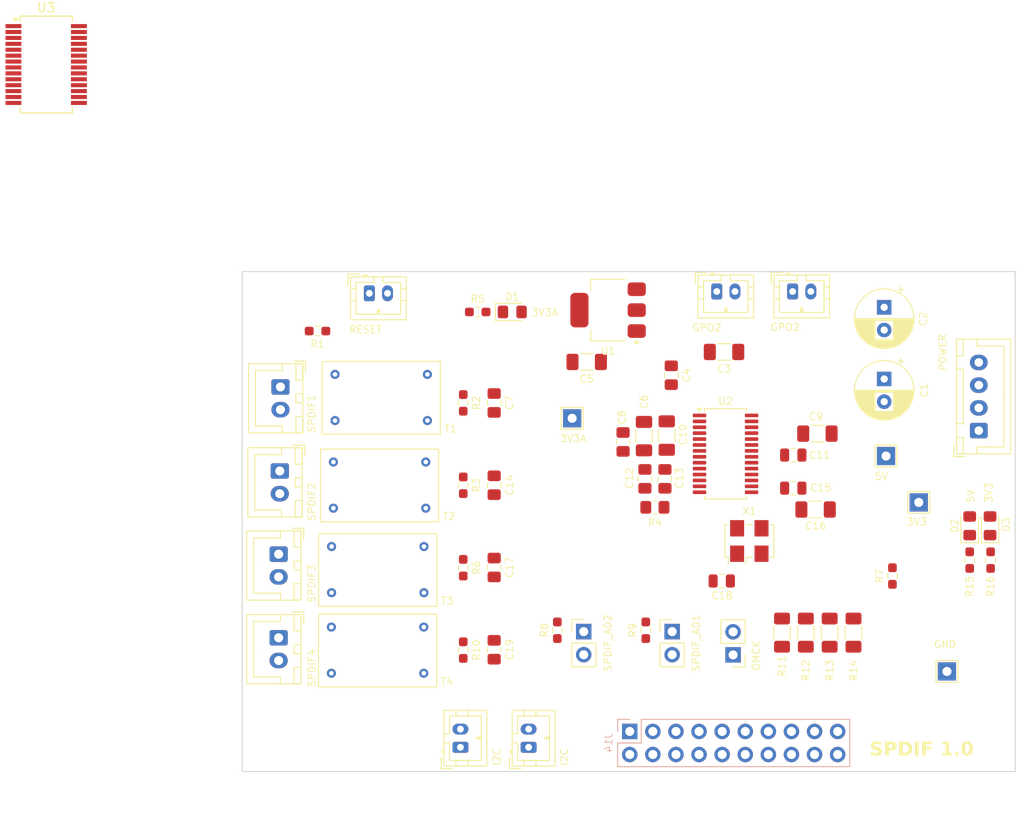
<source format=kicad_pcb>
(kicad_pcb (version 20240108) (generator "pcbnew") (generator_version "8.0")
  (layers (0 "F.Cu" signal) (1 "In1.Cu" mixed) (2 "In2.Cu" signal) (31 "B.Cu" mixed) (34 "B.Paste" user) (35 "F.Paste" user) (36 "B.SilkS" user "B.Silkscreen") (37 "F.SilkS" user "F.Silkscreen") (38 "B.Mask" user) (39 "F.Mask" user) (44 "Edge.Cuts" user))
  (net 0 "")
  (net 1 "AGND")
  (net 2 "GND")
  (net 3 "I2S_DATA")
  (net 4 "I2S_LRCLK")
  (net 5 "I2S_BCLK")
  (net 6 "I2S_SCLK")
  (net 7 "SCL")
  (net 8 "SDA")
  (net 9 "3V3")
  (net 10 "SPDIF3_IN")
  (net 11 "SPDIF3_GND")
  (net 12 "3V3A")
  (net 13 "RESET")
  (net 14 "SPDIF1_IN")
  (net 15 "SPDIF1_GND")
  (net 16 "SPDIF2_IN")
  (net 17 "SPDIF2_GND")
  (net 18 "5V")
  (net 19 "GPO0")
  (net 20 "OMCK")
  (net 21 "GPO1")
  (net 22 "FILT")
  (net 23 "Net-(U2-RXN)")
  (net 24 "Net-(C12-Pad2)")
  (net 25 "Net-(D1-K)")
  (net 27 "Net-(J8-Pin_1)")
  (net 28 "Net-(J9-Pin_1)")
  (net 34 "Net-(U2-SDOUT)")
  (net 35 "Net-(U2-RMCK)")
  (net 36 "SPDIF_1")
  (net 37 "Net-(T1-SB)")
  (net 38 "SPDIF4_GND")
  (net 39 "SPDIF4_IN")
  (net 40 "SPDIF_2")
  (net 41 "SPDIF_3")
  (net 42 "SPDIF_4")
  (net 43 "Net-(T2-SB)")
  (net 44 "Net-(T3-SB)")
  (net 45 "Net-(T4-SB)")
  (net 46 "Net-(U2-OSCLK)")
  (net 47 "Net-(U2-OLRCK)")
  (net 48 "Net-(D2-K)")
  (net 49 "Net-(D3-K)")
  (footprint "LED_SMD:LED_0805_2012Metric_Pad1.15x1.40mm_HandSolder" (layer "F.Cu") (at 106.3251 56.28 90)
    (property "Reference" "D2" (at 0 -1.65 90) (layer "F.SilkS") (effects (font (size 0.8 0.8) (thickness 0.1))))
    (property "Value" "BLUE")
    (pad "1" smd roundrect (at -1.025 0 90) (size 1.15 1.4) (layers "F.Cu" "F.Paste" "F.Mask") (roundrect_rratio 0.217391) (net 48 "Net-(D2-K)"))
    (pad "2" smd roundrect (at 1.025 0 90) (size 1.15 1.4) (layers "F.Cu" "F.Paste" "F.Mask") (roundrect_rratio 0.217391) (net 18 "5V"))
  )
  (footprint "Resistor_SMD:R_0603_1608Metric_Pad0.98x0.95mm_HandSolder" (layer "F.Cu") (at 52.2239 32.75)
    (property "Reference" "R5" (at 0 -1.43 0) (layer "F.SilkS") (effects (font (size 0.8 0.8) (thickness 0.1))))
    (property "Value" "75R")
    (pad "1" smd roundrect (at -0.9125 0) (size 0.975 0.95) (layers "F.Cu" "F.Paste" "F.Mask") (net 2 "GND"))
    (pad "2" smd roundrect (at 0.9125 0) (size 0.975 0.95) (layers "F.Cu" "F.Paste" "F.Mask") (net 25 "Net-(D1-K)"))
  )
  (footprint "Capacitor_SMD:C_1206_3216Metric_Pad1.33x1.80mm_HandSolder" (layer "F.Cu") (at 89.3789 54.4867 180)
    (property "Reference" "C16" (at 0 -1.8 0) (layer "F.SilkS") (effects (font (size 0.8 0.8) (thickness 0.1))))
    (property "Value" "10u")
    (pad "1" smd roundrect (at -1.5625 0 180) (size 1.325 1.8) (layers "F.Cu" "F.Paste" "F.Mask") (roundrect_rratio 0.1886792453) (net 2 "GND"))
    (pad "2" smd roundrect (at 1.5625 0 180) (size 1.325 1.8) (layers "F.Cu" "F.Paste" "F.Mask") (roundrect_rratio 0.1886792453) (net 9 "3V3"))
  )
  (footprint "Package_SO:SSOP-28_5.3x10.2mm_P0.65mm" (layer "F.Cu") (at 4.775 5.525)
    (property "Reference" "U3" (at 0 -6.25 0) (layer "F.SilkS"))
    (property "Value" "WM8731SEDS")
    (pad "1" smd rect (at -3.6 -4.225) (size 1.75 0.45) (layers "F.Cu" "F.Paste" "F.Mask"))
    (pad "2" smd rect (at -3.6 -3.575) (size 1.75 0.45) (layers "F.Cu" "F.Paste" "F.Mask"))
    (pad "3" smd rect (at -3.6 -2.925) (size 1.75 0.45) (layers "F.Cu" "F.Paste" "F.Mask"))
    (pad "4" smd rect (at -3.6 -2.275) (size 1.75 0.45) (layers "F.Cu" "F.Paste" "F.Mask"))
    (pad "5" smd rect (at -3.6 -1.625) (size 1.75 0.45) (layers "F.Cu" "F.Paste" "F.Mask"))
    (pad "6" smd rect (at -3.6 -0.975) (size 1.75 0.45) (layers "F.Cu" "F.Paste" "F.Mask"))
    (pad "7" smd rect (at -3.6 -0.325) (size 1.75 0.45) (layers "F.Cu" "F.Paste" "F.Mask"))
    (pad "8" smd rect (at -3.6 0.325) (size 1.75 0.45) (layers "F.Cu" "F.Paste" "F.Mask"))
    (pad "9" smd rect (at -3.6 0.975) (size 1.75 0.45) (layers "F.Cu" "F.Paste" "F.Mask"))
    (pad "10" smd rect (at -3.6 1.625) (size 1.75 0.45) (layers "F.Cu" "F.Paste" "F.Mask"))
    (pad "11" smd rect (at -3.6 2.275) (size 1.75 0.45) (layers "F.Cu" "F.Paste" "F.Mask"))
    (pad "12" smd rect (at -3.6 2.925) (size 1.75 0.45) (layers "F.Cu" "F.Paste" "F.Mask"))
    (pad "13" smd rect (at -3.6 3.575) (size 1.75 0.45) (layers "F.Cu" "F.Paste" "F.Mask"))
    (pad "14" smd rect (at -3.6 4.225) (size 1.75 0.45) (layers "F.Cu" "F.Paste" "F.Mask"))
    (pad "15" smd rect (at 3.6 4.225) (size 1.75 0.45) (layers "F.Cu" "F.Paste" "F.Mask"))
    (pad "16" smd rect (at 3.6 3.575) (size 1.75 0.45) (layers "F.Cu" "F.Paste" "F.Mask"))
    (pad "17" smd rect (at 3.6 2.925) (size 1.75 0.45) (layers "F.Cu" "F.Paste" "F.Mask"))
    (pad "18" smd rect (at 3.6 2.275) (size 1.75 0.45) (layers "F.Cu" "F.Paste" "F.Mask"))
    (pad "19" smd rect (at 3.6 1.625) (size 1.75 0.45) (layers "F.Cu" "F.Paste" "F.Mask"))
    (pad "20" smd rect (at 3.6 0.975) (size 1.75 0.45) (layers "F.Cu" "F.Paste" "F.Mask"))
    (pad "21" smd rect (at 3.6 0.325) (size 1.75 0.45) (layers "F.Cu" "F.Paste" "F.Mask"))
    (pad "22" smd rect (at 3.6 -0.325) (size 1.75 0.45) (layers "F.Cu" "F.Paste" "F.Mask"))
    (pad "23" smd rect (at 3.6 -0.975) (size 1.75 0.45) (layers "F.Cu" "F.Paste" "F.Mask"))
    (pad "24" smd rect (at 3.6 -1.625) (size 1.75 0.45) (layers "F.Cu" "F.Paste" "F.Mask"))
    (pad "25" smd rect (at 3.6 -2.275) (size 1.75 0.45) (layers "F.Cu" "F.Paste" "F.Mask"))
    (pad "26" smd rect (at 3.6 -2.925) (size 1.75 0.45) (layers "F.Cu" "F.Paste" "F.Mask"))
    (pad "27" smd rect (at 3.6 -3.575) (size 1.75 0.45) (layers "F.Cu" "F.Paste" "F.Mask"))
    (pad "28" smd rect (at 3.6 -4.225) (size 1.75 0.45) (layers "F.Cu" "F.Paste" "F.Mask"))
  )
  (footprint "TestPoint:TestPoint_THTPad_2.0x2.0mm_Drill1.0mm" (layer "F.Cu") (at 100.7251 53.705)
    (property "Reference" "TP3" (hide yes))
    (property "Value" "TestPoint")
    (pad "1" thru_hole rect (at 0 0) (size 2 2) (drill 1) (layers "*.Cu" "*.Mask") (net 9 "3V3"))
  )
  (footprint "Package_TO_SOT_SMD:SOT-223-3_TabPin2" (layer "F.Cu") (at 66.5614 32.55 180)
    (property "Reference" "U1" (at 0 -4.5 0) (layer "F.SilkS") (effects (font (size 0.8 0.8) (thickness 0.1))))
    (property "Value" "ZLDO1117QG33TA")
    (pad "1" smd roundrect (at -3.15 -2.3 180) (size 2 1.5) (layers "F.Cu" "F.Paste" "F.Mask") (net 2 "GND"))
    (pad "2" smd roundrect (at -3.15 0 180) (size 2 1.5) (layers "F.Cu" "F.Paste" "F.Mask") (net 12 "3V3A"))
    (pad "2" smd roundrect (at 3.15 0 180) (size 2 3.8) (layers "F.Cu" "F.Paste" "F.Mask") (net 12 "3V3A"))
    (pad "3" smd roundrect (at -3.15 2.3 180) (size 2 1.5) (layers "F.Cu" "F.Paste" "F.Mask") (net 18 "5V"))
  )
  (footprint "Connector_PinHeader_2.54mm:PinHeader_1x02_P2.54mm_Vertical" (layer "F.Cu") (at 80.3072 70.4833 180)
    (property "Reference" "J11" (hide yes))
    (property "Value" "Conn_01x02_Pin")
    (pad "1" thru_hole rect (at 0 0 180) (size 1.7 1.7) (drill 1) (layers "*.Cu" "*.Mask") (net 2 "GND"))
    (pad "2" thru_hole oval (at 0 2.54 180) (size 1.7 1.7) (drill 1) (layers "*.Cu" "*.Mask") (net 20 "OMCK"))
  )
  (footprint "TestPoint:TestPoint_THTPad_2.0x2.0mm_Drill1.0mm" (layer "F.Cu") (at 62.6114 44.45)
    (property "Reference" "TP1" (hide yes))
    (property "Value" "TestPoint")
    (pad "1" thru_hole rect (at 0 0) (size 2 2) (drill 1) (layers "*.Cu" "*.Mask") (net 12 "3V3A"))
  )
  (footprint "Capacitor_SMD:C_1206_3216Metric_Pad1.33x1.80mm_HandSolder" (layer "F.Cu") (at 89.5789 46.1363 180)
    (property "Reference" "C9" (at 0.172387 1.879487 0) (layer "F.SilkS") (effects (font (size 0.8 0.8) (thickness 0.1))))
    (property "Value" "10u")
    (pad "1" smd roundrect (at -1.5625 0 180) (size 1.325 1.8) (layers "F.Cu" "F.Paste" "F.Mask") (roundrect_rratio 0.1886792453) (net 2 "GND"))
    (pad "2" smd roundrect (at 1.5625 0 180) (size 1.325 1.8) (layers "F.Cu" "F.Paste" "F.Mask") (roundrect_rratio 0.1886792453) (net 9 "3V3"))
  )
  (footprint "Connector_JST:JST_XH_B2B-XH-A_1x02_P2.50mm_Vertical" (layer "F.Cu") (at 30.3364 59.4 -90)
    (property "Reference" "J7" (hide yes))
    (property "Value" "Conn_01x02_Pin")
    (pad "1" thru_hole roundrect (at 0 0 270) (size 1.7 2) (drill 1) (layers "*.Cu" "*.Mask") (roundrect_rratio 0.147059) (net 10 "SPDIF3_IN"))
    (pad "2" thru_hole oval (at 2.5 0 270) (size 1.7 2) (drill 1) (layers "*.Cu" "*.Mask") (net 11 "SPDIF3_GND"))
  )
  (footprint "Capacitor_SMD:C_0805_2012Metric_Pad1.18x1.45mm_HandSolder" (layer "F.Cu") (at 54.0364 60.8654 -90)
    (property "Reference" "C17" (at 0 -1.68 90) (layer "F.SilkS") (effects (font (size 0.8 0.8) (thickness 0.1))))
    (property "Value" "0.01u")
    (pad "1" smd roundrect (at -1.0375 0 270) (size 1.175 1.45) (layers "F.Cu" "F.Paste" "F.Mask") (roundrect_rratio 0.212766) (net 41 "SPDIF_3"))
    (pad "2" smd roundrect (at 1.0375 0 270) (size 1.175 1.45) (layers "F.Cu" "F.Paste" "F.Mask") (roundrect_rratio 0.212766) (net 44 "Net-(T3-SB)"))
  )
  (footprint "Custom:DA101C" (layer "F.Cu") (at 41.2364 61.1)
    (property "Reference" "T3" (at 7.62 3.44 0) (layer "F.SilkS") (effects (font (size 0.8 0.8) (thickness 0.1))))
    (property "Value" "DA101C")
    (pad "1" thru_hole circle (at -5.08 -2.54) (size 1 1) (drill 0.5) (layers "*.Cu" "*.Mask") (net 10 "SPDIF3_IN"))
    (pad "2" thru_hole circle (at -5.08 2.54) (size 1 1) (drill 0.5) (layers "*.Cu" "*.Mask") (net 11 "SPDIF3_GND"))
    (pad "3" thru_hole circle (at 5.08 2.54) (size 1 1) (drill 0.5) (layers "*.Cu" "*.Mask") (net 1 "AGND"))
    (pad "4" thru_hole circle (at 5.08 -2.54) (size 1 1) (drill 0.5) (layers "*.Cu" "*.Mask") (net 44 "Net-(T3-SB)"))
  )
  (footprint "Custom:DA101C" (layer "F.Cu") (at 41.6164 42.16)
    (property "Reference" "T1" (at 7.62 3.44 0) (layer "F.SilkS") (effects (font (size 0.8 0.8) (thickness 0.1))))
    (property "Value" "DA101C")
    (pad "1" thru_hole circle (at -5.08 -2.54) (size 1 1) (drill 0.5) (layers "*.Cu" "*.Mask") (net 14 "SPDIF1_IN"))
    (pad "2" thru_hole circle (at -5.08 2.54) (size 1 1) (drill 0.5) (layers "*.Cu" "*.Mask") (net 15 "SPDIF1_GND"))
    (pad "3" thru_hole circle (at 5.08 2.54) (size 1 1) (drill 0.5) (layers "*.Cu" "*.Mask") (net 1 "AGND"))
    (pad "4" thru_hole circle (at 5.08 -2.54) (size 1 1) (drill 0.5) (layers "*.Cu" "*.Mask") (net 37 "Net-(T1-SB)"))
  )
  (footprint "Connector_JST:JST_XH_B2B-XH-A_1x02_P2.50mm_Vertical" (layer "F.Cu") (at 30.3364 68.6 -90)
    (property "Reference" "J10" (hide yes))
    (property "Value" "Conn_01x02_Pin")
    (pad "1" thru_hole roundrect (at 0 0 270) (size 1.7 2) (drill 1) (layers "*.Cu" "*.Mask") (roundrect_rratio 0.147059) (net 39 "SPDIF4_IN"))
    (pad "2" thru_hole oval (at 2.5 0 270) (size 1.7 2) (drill 1) (layers "*.Cu" "*.Mask") (net 38 "SPDIF4_GND"))
  )
  (footprint "Capacitor_SMD:C_0805_2012Metric_Pad1.18x1.45mm_HandSolder" (layer "F.Cu") (at 54.0364 69.9168 -90)
    (property "Reference" "C19" (at 0 -1.68 90) (layer "F.SilkS") (effects (font (size 0.8 0.8) (thickness 0.1))))
    (property "Value" "0.01u")
    (pad "1" smd roundrect (at -1.0375 0 270) (size 1.175 1.45) (layers "F.Cu" "F.Paste" "F.Mask") (roundrect_rratio 0.212766) (net 42 "SPDIF_4"))
    (pad "2" smd roundrect (at 1.0375 0 270) (size 1.175 1.45) (layers "F.Cu" "F.Paste" "F.Mask") (roundrect_rratio 0.212766) (net 45 "Net-(T4-SB)"))
  )
  (footprint "Connector_JST:JST_XH_B4B-XH-A_1x04_P2.50mm_Vertical" (layer "F.Cu") (at 107.3251 45.805 90)
    (property "Reference" "J4" (hide yes))
    (property "Value" "CHANSEL" (hide yes))
    (pad "1" thru_hole roundrect (at 0 0 90) (size 1.7 1.95) (drill 0.95) (layers "*.Cu" "*.Mask") (roundrect_rratio 0.1470588235))
    (pad "2" thru_hole oval (at 2.5 0 90) (size 1.7 1.95) (drill 0.95) (layers "*.Cu" "*.Mask") (net 9 "3V3"))
    (pad "3" thru_hole oval (at 5 0 90) (size 1.7 1.95) (drill 0.95) (layers "*.Cu" "*.Mask") (net 2 "GND"))
    (pad "4" thru_hole oval (at 7.5 0 90) (size 1.7 1.95) (drill 0.95) (layers "*.Cu" "*.Mask") (net 18 "5V"))
  )
  (footprint "Package_SO:TSSOP-28_4.4x9.7mm_P0.65mm" (layer "F.Cu") (at 79.4789 48.3613)
    (property "Reference" "U2" (at 0 -5.8 0) (layer "F.SilkS") (effects (font (size 0.8 0.8) (thickness 0.1))))
    (property "Value" "CS8416-xZZ")
    (pad "1" smd roundrect (at -2.8625 -4.225) (size 1.475 0.4) (layers "F.Cu" "F.Paste" "F.Mask") (net 42 "SPDIF_4"))
    (pad "2" smd roundrect (at -2.8625 -3.575) (size 1.475 0.4) (layers "F.Cu" "F.Paste" "F.Mask") (net 41 "SPDIF_3"))
    (pad "3" smd roundrect (at -2.8625 -2.925) (size 1.475 0.4) (layers "F.Cu" "F.Paste" "F.Mask") (net 40 "SPDIF_2"))
    (pad "4" smd roundrect (at -2.8625 -2.275) (size 1.475 0.4) (layers "F.Cu" "F.Paste" "F.Mask") (net 36 "SPDIF_1"))
    (pad "5" smd roundrect (at -2.8625 -1.625) (size 1.475 0.4) (layers "F.Cu" "F.Paste" "F.Mask") (net 23 "Net-(U2-RXN)"))
    (pad "6" smd roundrect (at -2.8625 -0.975) (size 1.475 0.4) (layers "F.Cu" "F.Paste" "F.Mask") (net 12 "3V3A"))
    (pad "7" smd roundrect (at -2.8625 -0.325) (size 1.475 0.4) (layers "F.Cu" "F.Paste" "F.Mask") (net 1 "AGND"))
    (pad "8" smd roundrect (at -2.8625 0.325) (size 1.475 0.4) (layers "F.Cu" "F.Paste" "F.Mask") (net 22 "FILT"))
    (pad "9" smd roundrect (at -2.8625 0.975) (size 1.475 0.4) (layers "F.Cu" "F.Paste" "F.Mask") (net 13 "RESET"))
    (pad "10" smd roundrect (at -2.8625 1.625) (size 1.475 0.4) (layers "F.Cu" "F.Paste" "F.Mask") (net 1 "AGND"))
    (pad "11" smd roundrect (at -2.8625 2.275) (size 1.475 0.4) (layers "F.Cu" "F.Paste" "F.Mask") (net 1 "AGND"))
    (pad "12" smd roundrect (at -2.8625 2.925) (size 1.475 0.4) (layers "F.Cu" "F.Paste" "F.Mask") (net 1 "AGND"))
    (pad "13" smd roundrect (at -2.8625 3.575) (size 1.475 0.4) (layers "F.Cu" "F.Paste" "F.Mask") (net 1 "AGND"))
    (pad "14" smd roundrect (at -2.8625 4.225) (size 1.475 0.4) (layers "F.Cu" "F.Paste" "F.Mask") (net 2 "GND"))
    (pad "15" smd roundrect (at 2.8625 4.225) (size 1.475 0.4) (layers "F.Cu" "F.Paste" "F.Mask") (net 28 "Net-(J9-Pin_1)"))
    (pad "16" smd roundrect (at 2.8625 3.575) (size 1.475 0.4) (layers "F.Cu" "F.Paste" "F.Mask") (net 7 "SCL"))
    (pad "17" smd roundrect (at 2.8625 2.925) (size 1.475 0.4) (layers "F.Cu" "F.Paste" "F.Mask") (net 8 "SDA"))
    (pad "18" smd roundrect (at 2.8625 2.275) (size 1.475 0.4) (layers "F.Cu" "F.Paste" "F.Mask") (net 27 "Net-(J8-Pin_1)"))
    (pad "19" smd roundrect (at 2.8625 1.625) (size 1.475 0.4) (layers "F.Cu" "F.Paste" "F.Mask") (net 21 "GPO1"))
    (pad "20" smd roundrect (at 2.8625 0.975) (size 1.475 0.4) (layers "F.Cu" "F.Paste" "F.Mask") (net 19 "GPO0"))
    (pad "21" smd roundrect (at 2.8625 0.325) (size 1.475 0.4) (layers "F.Cu" "F.Paste" "F.Mask") (net 9 "3V3"))
    (pad "22" smd roundrect (at 2.8625 -0.325) (size 1.475 0.4) (layers "F.Cu" "F.Paste" "F.Mask") (net 2 "GND"))
    (pad "23" smd roundrect (at 2.8625 -0.975) (size 1.475 0.4) (layers "F.Cu" "F.Paste" "F.Mask") (net 9 "3V3"))
    (pad "24" smd roundrect (at 2.8625 -1.625) (size 1.475 0.4) (layers "F.Cu" "F.Paste" "F.Mask") (net 35 "Net-(U2-RMCK)"))
    (pad "25" smd roundrect (at 2.8625 -2.275) (size 1.475 0.4) (layers "F.Cu" "F.Paste" "F.Mask") (net 20 "OMCK"))
    (pad "26" smd roundrect (at 2.8625 -2.925) (size 1.475 0.4) (layers "F.Cu" "F.Paste" "F.Mask") (net 34 "Net-(U2-SDOUT)"))
    (pad "27" smd roundrect (at 2.8625 -3.575) (size 1.475 0.4) (layers "F.Cu" "F.Paste" "F.Mask") (net 46 "Net-(U2-OSCLK)"))
    (pad "28" smd roundrect (at 2.8625 -4.225) (size 1.475 0.4) (layers "F.Cu" "F.Paste" "F.Mask") (net 47 "Net-(U2-OLRCK)"))
  )
  (footprint "Resistor_SMD:R_0603_1608Metric_Pad0.98x0.95mm_HandSolder" (layer "F.Cu") (at 60.9822 67.7708 90)
    (property "Reference" "R8" (at 0 -1.43 90) (layer "F.SilkS") (effects (font (size 0.8 0.8) (thickness 0.1))))
    (property "Value" "47K")
    (pad "1" smd roundrect (at -0.9125 0 90) (size 0.975 0.95) (layers "F.Cu" "F.Paste" "F.Mask") (net 27 "Net-(J8-Pin_1)"))
    (pad "2" smd roundrect (at 0.9125 0 90) (size 0.975 0.95) (layers "F.Cu" "F.Paste" "F.Mask") (net 2 "GND"))
  )
  (footprint "Capacitor_SMD:C_1206_3216Metric_Pad1.33x1.80mm_HandSolder" (layer "F.Cu") (at 79.3114 37.15 180)
    (property "Reference" "C3" (at 0 -1.85 0) (layer "F.SilkS") (effects (font (size 0.8 0.8) (thickness 0.1))))
    (property "Value" "10u")
    (pad "1" smd roundrect (at -1.5625 0 180) (size 1.325 1.8) (layers "F.Cu" "F.Paste" "F.Mask") (roundrect_rratio 0.188679) (net 2 "GND"))
    (pad "2" smd roundrect (at 1.5625 0 180) (size 1.325 1.8) (layers "F.Cu" "F.Paste" "F.Mask") (roundrect_rratio 0.188679) (net 18 "5V"))
  )
  (footprint "Capacitor_SMD:C_0805_2012Metric_Pad1.18x1.45mm_HandSolder" (layer "F.Cu") (at 70.6114 51.1125 -90)
    (property "Reference" "C12" (at -0.0625 1.7 90) (layer "F.SilkS") (effects (font (size 0.8 0.8) (thickness 0.1))))
    (property "Value" "22n C0G")
    (pad "1" smd roundrect (at -1.0375 0 270) (size 1.175 1.45) (layers "F.Cu" "F.Paste" "F.Mask") (roundrect_rratio 0.2127659574) (net 1 "AGND"))
    (pad "2" smd roundrect (at 1.0375 0 270) (size 1.175 1.45) (layers "F.Cu" "F.Paste" "F.Mask") (roundrect_rratio 0.2127659574) (net 24 "Net-(C12-Pad2)"))
  )
  (footprint "Resistor_SMD:R_1206_3216Metric_Pad1.30x1.75mm_HandSolder" (layer "F.Cu") (at 85.6864 68.0333 -90)
    (property "Reference" "R11" (at 3.673809 0 90) (layer "F.SilkS") (effects (font (size 0.8 0.8) (thickness 0.1))))
    (property "Value" "22R")
    (pad "1" smd roundrect (at -1.55 0 270) (size 1.3 1.75) (layers "F.Cu" "F.Paste" "F.Mask") (roundrect_rratio 0.192308) (net 35 "Net-(U2-RMCK)"))
    (pad "2" smd roundrect (at 1.55 0 270) (size 1.3 1.75) (layers "F.Cu" "F.Paste" "F.Mask") (roundrect_rratio 0.192308) (net 6 "I2S_SCLK"))
  )
  (footprint "Resistor_SMD:R_0603_1608Metric_Pad0.98x0.95mm_HandSolder" (layer "F.Cu") (at 97.8251 61.805 90)
    (property "Reference" "R7" (at 0 -1.43 90) (layer "F.SilkS") (effects (font (size 0.8 0.8) (thickness 0.1))))
    (property "Value" "47K")
    (pad "1" smd roundrect (at -0.9125 0 90) (size 0.975 0.95) (layers "F.Cu" "F.Paste" "F.Mask") (net 34 "Net-(U2-SDOUT)"))
    (pad "2" smd roundrect (at 0.9125 0 90) (size 0.975 0.95) (layers "F.Cu" "F.Paste" "F.Mask") (net 9 "3V3"))
  )
  (footprint "Resistor_SMD:R_1206_3216Metric_Pad1.30x1.75mm_HandSolder" (layer "F.Cu") (at 90.928 68.0333 -90)
    (property "Reference" "R13" (at 4.15 0 90) (layer "F.SilkS") (effects (font (size 0.8 0.8) (thickness 0.1))))
    (property "Value" "22R")
    (pad "1" smd roundrect (at -1.55 0 270) (size 1.3 1.75) (layers "F.Cu" "F.Paste" "F.Mask") (roundrect_rratio 0.192308) (net 47 "Net-(U2-OLRCK)"))
    (pad "2" smd roundrect (at 1.55 0 270) (size 1.3 1.75) (layers "F.Cu" "F.Paste" "F.Mask") (roundrect_rratio 0.192308) (net 4 "I2S_LRCLK"))
  )
  (footprint "Capacitor_SMD:C_0805_2012Metric_Pad1.18x1.45mm_HandSolder" (layer "F.Cu") (at 68.2114 47.05 90)
    (property "Reference" "C8" (at 2.691252 -0.105 90) (layer "F.SilkS") (effects (font (size 0.8 0.8) (thickness 0.1))))
    (property "Value" "1n")
    (pad "1" smd roundrect (at -1.0375 0 90) (size 1.175 1.45) (layers "F.Cu" "F.Paste" "F.Mask") (roundrect_rratio 0.212766) (net 1 "AGND"))
    (pad "2" smd roundrect (at 1.0375 0 90) (size 1.175 1.45) (layers "F.Cu" "F.Paste" "F.Mask") (roundrect_rratio 0.212766) (net 12 "3V3A"))
  )
  (footprint "Custom:DA101C" (layer "F.Cu") (at 41.2164 69.96)
    (property "Reference" "T4" (at 7.62 3.44 0) (layer "F.SilkS") (effects (font (size 0.8 0.8) (thickness 0.1))))
    (property "Value" "DA101C")
    (pad "1" thru_hole circle (at -5.08 -2.54) (size 1 1) (drill 0.5) (layers "*.Cu" "*.Mask") (net 39 "SPDIF4_IN"))
    (pad "2" thru_hole circle (at -5.08 2.54) (size 1 1) (drill 0.5) (layers "*.Cu" "*.Mask") (net 38 "SPDIF4_GND"))
    (pad "3" thru_hole circle (at 5.08 2.54) (size 1 1) (drill 0.5) (layers "*.Cu" "*.Mask") (net 1 "AGND"))
    (pad "4" thru_hole circle (at 5.08 -2.54) (size 1 1) (drill 0.5) (layers "*.Cu" "*.Mask") (net 45 "Net-(T4-SB)"))
  )
  (footprint "Resistor_SMD:R_0603_1608Metric_Pad0.98x0.95mm_HandSolder" (layer "F.Cu") (at 34.6114 34.85 180)
    (property "Reference" "R1" (at 0 -1.43 0) (layer "F.SilkS") (effects (font (size 0.8 0.8) (thickness 0.1))))
    (property "Value" "4.7K")
    (pad "1" smd roundrect (at -0.9125 0 180) (size 0.975 0.95) (layers "F.Cu" "F.Paste" "F.Mask") (net 13 "RESET"))
    (pad "2" smd roundrect (at 0.9125 0 180) (size 0.975 0.95) (layers "F.Cu" "F.Paste" "F.Mask") (net 2 "GND"))
  )
  (footprint "Resistor_SMD:R_0603_1608Metric_Pad0.98x0.95mm_HandSolder" (layer "F.Cu") (at 50.6364 51.8208 -90)
    (property "Reference" "R3" (at 0 -1.43 90) (layer "F.SilkS") (effects (font (size 0.8 0.8) (thickness 0.1))))
    (property "Value" "75R")
    (pad "1" smd roundrect (at -0.9125 0 270) (size 0.975 0.95) (layers "F.Cu" "F.Paste" "F.Mask") (net 43 "Net-(T2-SB)"))
    (pad "2" smd roundrect (at 0.9125 0 270) (size 0.975 0.95) (layers "F.Cu" "F.Paste" "F.Mask") (net 1 "AGND"))
  )
  (footprint "Connector_JST:JST_XH_B2B-XH-A_1x02_P2.50mm_Vertical" (layer "F.Cu") (at 30.5364 41 -90)
    (property "Reference" "J5" (hide yes))
    (property "Value" "Conn_01x02_Pin" (hide yes))
    (pad "1" thru_hole roundrect (at 0 0 270) (size 1.7 2) (drill 1) (layers "*.Cu" "*.Mask") (roundrect_rratio 0.1470588235) (net 14 "SPDIF1_IN"))
    (pad "2" thru_hole oval (at 2.5 0 270) (size 1.7 2) (drill 1) (layers "*.Cu" "*.Mask") (net 15 "SPDIF1_GND"))
  )
  (footprint "MountingHole:MountingHole_3.2mm_M3" (layer "F.Cu") (at 108.8251 30.805)
    (property "Reference" "H2" (hide yes))
    (property "Value" "MountingHole" (hide yes))
    (pad "" np_thru_hole circle (at 0 0) (size 3.2 3.2) (drill 3.2) (layers "*.Cu" "*.Mask"))
  )
  (footprint "Connector_JST:JST_XH_B2B-XH-A_1x02_P2.50mm_Vertical" (layer "F.Cu") (at 30.4614 50.25 -90)
    (property "Reference" "J6" (hide yes))
    (property "Value" "Conn_01x02_Pin")
    (pad "1" thru_hole roundrect (at 0 0 270) (size 1.7 2) (drill 1) (layers "*.Cu" "*.Mask") (roundrect_rratio 0.147059) (net 16 "SPDIF2_IN"))
    (pad "2" thru_hole oval (at 2.5 0 270) (size 1.7 2) (drill 1) (layers "*.Cu" "*.Mask") (net 17 "SPDIF2_GND"))
  )
  (footprint "TestPoint:TestPoint_THTPad_2.0x2.0mm_Drill1.0mm" (layer "F.Cu") (at 103.8251 72.305)
    (property "Reference" "TP4" (hide yes))
    (property "Value" "TestPoint")
    (pad "1" thru_hole rect (at 0 0) (size 2 2) (drill 1) (layers "*.Cu" "*.Mask") (net 2 "GND"))
  )
  (footprint "Connector_PinHeader_2.54mm:PinHeader_1x02_P2.54mm_Vertical" (layer "F.Cu") (at 63.8822 67.9208)
    (property "Reference" "J8" (hide yes))
    (property "Value" "Conn_01x02_Pin")
    (pad "1" thru_hole rect (at 0 0) (size 1.7 1.7) (drill 1) (layers "*.Cu" "*.Mask") (net 27 "Net-(J8-Pin_1)"))
    (pad "2" thru_hole oval (at 0 2.54) (size 1.7 1.7) (drill 1) (layers "*.Cu" "*.Mask") (net 9 "3V3"))
  )
  (footprint "Resistor_SMD:R_0603_1608Metric_Pad0.98x0.95mm_HandSolder" (layer "F.Cu") (at 50.6364 69.9542 -90)
    (property "Reference" "R10" (at 0 -1.43 90) (layer "F.SilkS") (effects (font (size 0.8 0.8) (thickness 0.1))))
    (property "Value" "75R")
    (pad "1" smd roundrect (at -0.9125 0 270) (size 0.975 0.95) (layers "F.Cu" "F.Paste" "F.Mask") (net 45 "Net-(T4-SB)"))
    (pad "2" smd roundrect (at 0.9125 0 270) (size 0.975 0.95) (layers "F.Cu" "F.Paste" "F.Mask") (net 1 "AGND"))
  )
  (footprint "Resistor_SMD:R_0603_1608Metric_Pad0.98x0.95mm_HandSolder" (layer "F.Cu") (at 108.6251 60.055 90)
    (property "Reference" "R16" (at -2.9 0 90) (layer "F.SilkS") (effects (font (size 0.8 0.8) (thickness 0.1))))
    (property "Value" "325R")
    (pad "1" smd roundrect (at -0.9125 0 90) (size 0.975 0.95) (layers "F.Cu" "F.Paste" "F.Mask") (net 2 "GND"))
    (pad "2" smd roundrect (at 0.9125 0 90) (size 0.975 0.95) (layers "F.Cu" "F.Paste" "F.Mask") (net 49 "Net-(D3-K)"))
  )
  (footprint "Resistor_SMD:R_0603_1608Metric_Pad0.98x0.95mm_HandSolder" (layer "F.Cu") (at 70.7072 67.7708 90)
    (property "Reference" "R9" (at 0 -1.43 90) (layer "F.SilkS") (effects (font (size 0.8 0.8) (thickness 0.1))))
    (property "Value" "47K")
    (pad "1" smd roundrect (at -0.9125 0 90) (size 0.975 0.95) (layers "F.Cu" "F.Paste" "F.Mask") (net 28 "Net-(J9-Pin_1)"))
    (pad "2" smd roundrect (at 0.9125 0 90) (size 0.975 0.95) (layers "F.Cu" "F.Paste" "F.Mask") (net 2 "GND"))
  )
  (footprint "Capacitor_SMD:C_1206_3216Metric_Pad1.33x1.80mm_HandSolder" (layer "F.Cu") (at 64.2114 38.25 180)
    (property "Reference" "C5" (at 0 -1.85 0) (layer "F.SilkS") (effects (font (size 0.8 0.8) (thickness 0.1))))
    (property "Value" "10u")
    (pad "1" smd roundrect (at -1.5625 0 180) (size 1.325 1.8) (layers "F.Cu" "F.Paste" "F.Mask") (roundrect_rratio 0.188679) (net 1 "AGND"))
    (pad "2" smd roundrect (at 1.5625 0 180) (size 1.325 1.8) (layers "F.Cu" "F.Paste" "F.Mask") (roundrect_rratio 0.188679) (net 12 "3V3A"))
  )
  (footprint "Resistor_SMD:R_1206_3216Metric_Pad1.30x1.75mm_HandSolder" (layer "F.Cu") (at 88.3072 68.0333 -90)
    (property "Reference" "R12" (at 4.15 0 90) (layer "F.SilkS") (effects (font (size 0.8 0.8) (thickness 0.1))))
    (property "Value" "22R")
    (pad "1" smd roundrect (at -1.55 0 270) (size 1.3 1.75) (layers "F.Cu" "F.Paste" "F.Mask") (roundrect_rratio 0.192308) (net 46 "Net-(U2-OSCLK)"))
    (pad "2" smd roundrect (at 1.55 0 270) (size 1.3 1.75) (layers "F.Cu" "F.Paste" "F.Mask") (roundrect_rratio 0.192308) (net 5 "I2S_BCLK"))
  )
  (footprint "Capacitor_SMD:C_1206_3216Metric_Pad1.33x1.80mm_HandSolder" (layer "F.Cu") (at 70.5114 46.4125 -90)
    (property "Reference" "C6" (at -3.7675 0 90) (layer "F.SilkS") (effects (font (size 0.8 0.8) (thickness 0.1))))
    (property "Value" "10u")
    (pad "1" smd roundrect (at -1.5625 0 270) (size 1.325 1.8) (layers "F.Cu" "F.Paste" "F.Mask") (roundrect_rratio 0.1886792453) (net 12 "3V3A"))
    (pad "2" smd roundrect (at 1.5625 0 270) (size 1.325 1.8) (layers "F.Cu" "F.Paste" "F.Mask") (roundrect_rratio 0.1886792453) (net 1 "AGND"))
  )
  (footprint "Connector_JST:JST_PH_B2B-PH-K_1x02_P2.00mm_Vertical" (layer "F.Cu") (at 50.3251 80.65 90)
    (property "Reference" "J12" (hide yes))
    (property "Value" "Conn_01x02_Male")
    (pad "1" thru_hole roundrect (at 0 0 90) (size 1.2 1.75) (drill 0.75) (layers "*.Cu" "*.Mask") (roundrect_rratio 0.2083333333) (net 7 "SCL"))
    (pad "2" thru_hole oval (at 2 0 90) (size 1.2 1.75) (drill 0.75) (layers "*.Cu" "*.Mask") (net 8 "SDA"))
  )
  (footprint "Resistor_SMD:R_0603_1608Metric_Pad0.98x0.95mm_HandSolder" (layer "F.Cu") (at 50.6364 60.8875 -90)
    (property "Reference" "R6" (at 0 -1.43 90) (layer "F.SilkS") (effects (font (size 0.8 0.8) (thickness 0.1))))
    (property "Value" "75R")
    (pad "1" smd roundrect (at -0.9125 0 270) (size 0.975 0.95) (layers "F.Cu" "F.Paste" "F.Mask") (net 44 "Net-(T3-SB)"))
    (pad "2" smd roundrect (at 0.9125 0 270) (size 0.975 0.95) (layers "F.Cu" "F.Paste" "F.Mask") (net 1 "AGND"))
  )
  (footprint "Capacitor_SMD:C_0805_2012Metric" (layer "F.Cu") (at 86.9245 52.1363 180)
    (property "Reference" "C15" (at -3.01311 0.049552 0) (layer "F.SilkS") (effects (font (size 0.8 0.8) (thickness 0.1))))
    (property "Value" "0.01u")
    (pad "1" smd roundrect (at -0.95 0 180) (size 1 1.45) (layers "F.Cu" "F.Paste" "F.Mask") (net 2 "GND"))
    (pad "2" smd roundrect (at 0.95 0 180) (size 1 1.45) (layers "F.Cu" "F.Paste" "F.Mask") (net 9 "3V3"))
  )
  (footprint "Capacitor_SMD:C_0805_2012Metric_Pad1.18x1.45mm_HandSolder" (layer "F.Cu") (at 54.0364 42.7625 -90)
    (property "Reference" "C7" (at 0 -1.68 90) (layer "F.SilkS") (effects (font (size 0.8 0.8) (thickness 0.1))))
    (property "Value" "0.01u")
    (pad "1" smd roundrect (at -1.0375 0 270) (size 1.175 1.45) (layers "F.Cu" "F.Paste" "F.Mask") (roundrect_rratio 0.212766) (net 36 "SPDIF_1"))
    (pad "2" smd roundrect (at 1.0375 0 270) (size 1.175 1.45) (layers "F.Cu" "F.Paste" "F.Mask") (roundrect_rratio 0.212766) (net 37 "Net-(T1-SB)"))
  )
  (footprint "LED_SMD:LED_0805_2012Metric_Pad1.15x1.40mm_HandSolder" (layer "F.Cu") (at 108.5651 56.28 90)
    (property "Reference" "D3" (at 0.125 1.76 90) (layer "F.SilkS") (effects (font (size 0.8 0.8) (thickness 0.1))))
    (property "Value" "YELLOW")
    (pad "1" smd roundrect (at -1.025 0 90) (size 1.15 1.4) (layers "F.Cu" "F.Paste" "F.Mask") (roundrect_rratio 0.217391) (net 49 "Net-(D3-K)"))
    (pad "2" smd roundrect (at 1.025 0 90) (size 1.15 1.4) (layers "F.Cu" "F.Paste" "F.Mask") (roundrect_rratio 0.217391) (net 9 "3V3"))
  )
  (footprint "Capacitor_SMD:C_0805_2012Metric" (layer "F.Cu") (at 86.9245 48.4954 180)
    (property "Reference" "C11" (at -2.9 0 0) (layer "F.SilkS") (effects (font (size 0.8 0.8) (thickness 0.1))))
    (property "Value" "0.01u")
    (pad "1" smd roundrect (at -0.95 0 180) (size 1 1.45) (layers "F.Cu" "F.Paste" "F.Mask") (net 2 "GND"))
    (pad "2" smd roundrect (at 0.95 0 180) (size 1 1.45) (layers "F.Cu" "F.Paste" "F.Mask") (net 9 "3V3"))
  )
  (footprint "Capacitor_SMD:C_0805_2012Metric_Pad1.18x1.45mm_HandSolder" (layer "F.Cu") (at 72.8114 51.1125 -90)
    (property "Reference" "C13" (at -0.0625 -1.6 90) (layer "F.SilkS") (effects (font (size 0.8 0.8) (thickness 0.1))))
    (property "Value" "1n C0G")
    (pad "1" smd roundrect (at -1.0375 0 270) (size 1.175 1.45) (layers "F.Cu" "F.Paste" "F.Mask") (roundrect_rratio 0.2127659574) (net 1 "AGND"))
    (pad "2" smd roundrect (at 1.0375 0 270) (size 1.175 1.45) (layers "F.Cu" "F.Paste" "F.Mask") (roundrect_rratio 0.2127659574) (net 22 "FILT"))
  )
  (footprint "Resistor_SMD:R_0603_1608Metric_Pad0.98x0.95mm_HandSolder" (layer "F.Cu") (at 106.3251 60.055 90)
    (property "Reference" "R15" (at -2.9 0 90) (layer "F.SilkS") (effects (font (size 0.8 0.8) (thickness 0.1))))
    (property "Value" "500R")
    (pad "1" smd roundrect (at -0.9125 0 90) (size 0.975 0.95) (layers "F.Cu" "F.Paste" "F.Mask") (net 2 "GND"))
    (pad "2" smd roundrect (at 0.9125 0 90) (size 0.975 0.95) (layers "F.Cu" "F.Paste" "F.Mask") (net 48 "Net-(D2-K)"))
  )
  (footprint "Connector_PinHeader_2.54mm:PinHeader_1x02_P2.54mm_Vertical" (layer "F.Cu") (at 73.6072 67.9208)
    (property "Reference" "J9" (hide yes))
    (property "Value" "Conn_01x02_Pin")
    (pad "1" thru_hole rect (at 0 0) (size 1.7 1.7) (drill 1) (layers "*.Cu" "*.Mask") (net 28 "Net-(J9-Pin_1)"))
    (pad "2" thru_hole oval (at 0 2.54) (size 1.7 1.7) (drill 1) (layers "*.Cu" "*.Mask") (net 9 "3V3"))
  )
  (footprint "Resistor_SMD:R_0805_2012Metric_Pad1.20x1.40mm_HandSolder" (layer "F.Cu") (at 71.7114 54.245 180)
    (property "Reference" "R4" (at 0 -1.65 0) (layer "F.SilkS") (effects (font (size 0.8 0.8) (thickness 0.1))))
    (property "Value" "3K")
    (pad "1" smd roundrect (at -1 0 180) (size 1.2 1.4) (layers "F.Cu" "F.Paste" "F.Mask") (roundrect_rratio 0.208333) (net 22 "FILT"))
    (pad "2" smd roundrect (at 1 0 180) (size 1.2 1.4) (layers "F.Cu" "F.Paste" "F.Mask") (roundrect_rratio 0.208333) (net 24 "Net-(C12-Pad2)"))
  )
  (footprint "Capacitor_SMD:C_0805_2012Metric_Pad1.18x1.45mm_HandSolder" (layer "F.Cu") (at 73.5114 39.7125 -90)
    (property "Reference" "C4" (at 0 -1.68 90) (layer "F.SilkS") (effects (font (size 0.8 0.8) (thickness 0.1))))
    (property "Value" "0.01u")
    (pad "1" smd roundrect (at -1.0375 0 270) (size 1.175 1.45) (layers "F.Cu" "F.Paste" "F.Mask") (roundrect_rratio 0.2127659574) (net 1 "AGND"))
    (pad "2" smd roundrect (at 1.0375 0 270) (size 1.175 1.45) (layers "F.Cu" "F.Paste" "F.Mask") (roundrect_rratio 0.2127659574) (net 23 "Net-(U2-RXN)"))
  )
  (footprint "Resistor_SMD:R_1206_3216Metric_Pad1.30x1.75mm_HandSolder" (layer "F.Cu") (at 93.5489 68.0333 -90)
    (property "Reference" "R14" (at 4.15 0 90) (layer "F.SilkS") (effects (font (size 0.8 0.8) (thickness 0.1))))
    (property "Value" "22R")
    (pad "1" smd roundrect (at -1.55 0 270) (size 1.3 1.75) (layers "F.Cu" "F.Paste" "F.Mask") (roundrect_rratio 0.192308) (net 34 "Net-(U2-SDOUT)"))
    (pad "2" smd roundrect (at 1.55 0 270) (size 1.3 1.75) (layers "F.Cu" "F.Paste" "F.Mask") (roundrect_rratio 0.192308) (net 3 "I2S_DATA"))
  )
  (footprint "Capacitor_SMD:C_0805_2012Metric_Pad1.18x1.45mm_HandSolder" (layer "F.Cu") (at 54.0364 51.8139 -90)
    (property "Reference" "C14" (at 0 -1.68 90) (layer "F.SilkS") (effects (font (size 0.8 0.8) (thickness 0.1))))
    (property "Value" "0.01u")
    (pad "1" smd roundrect (at -1.0375 0 270) (size 1.175 1.45) (layers "F.Cu" "F.Paste" "F.Mask") (roundrect_rratio 0.212766) (net 40 "SPDIF_2"))
    (pad "2" smd roundrect (at 1.0375 0 270) (size 1.175 1.45) (layers "F.Cu" "F.Paste" "F.Mask") (roundrect_rratio 0.212766) (net 43 "Net-(T2-SB)"))
  )
  (footprint "TestPoint:TestPoint_THTPad_2.0x2.0mm_Drill1.0mm" (layer "F.Cu") (at 97.1251 48.605)
    (property "Reference" "TP2" (hide yes))
    (property "Value" "TestPoint")
    (pad "1" thru_hole rect (at 0 0) (size 2 2) (drill 1) (layers "*.Cu" "*.Mask") (net 18 "5V"))
  )
  (footprint "Capacitor_SMD:C_1206_3216Metric_Pad1.33x1.80mm_HandSolder" (layer "F.Cu") (at 73.0114 46.35 90)
    (property "Reference" "C10" (at 0.1 1.8 90) (layer "F.SilkS") (effects (font (size 0.8 0.8) (thickness 0.1))))
    (property "Value" "0.01u")
    (pad "1" smd roundrect (at -1.5625 0 90) (size 1.325 1.8) (layers "F.Cu" "F.Paste" "F.Mask") (roundrect_rratio 0.188679) (net 1 "AGND"))
    (pad "2" smd roundrect (at 1.5625 0 90) (size 1.325 1.8) (layers "F.Cu" "F.Paste" "F.Mask") (roundrect_rratio 0.188679) (net 12 "3V3A"))
  )
  (footprint "Capacitor_THT:CP_Radial_D6.3mm_P2.50mm" (layer "F.Cu") (at 96.9251 32.2402 -90)
    (property "Reference" "C2" (at 1.282379 -4.3 90) (layer "F.SilkS") (effects (font (size 0.8 0.8) (thickness 0.1))))
    (property "Value" "220u")
    (pad "1" thru_hole rect (at 0 0 270) (size 1.6 1.6) (drill 0.8) (layers "*.Cu" "*.Mask") (net 9 "3V3"))
    (pad "2" thru_hole circle (at 2.5 0 270) (size 1.6 1.6) (drill 0.8) (layers "*.Cu" "*.Mask") (net 2 "GND"))
  )
  (footprint "LED_SMD:LED_0805_2012Metric_Pad1.15x1.40mm_HandSolder" (layer "F.Cu") (at 56.0239 32.75)
    (property "Reference" "D1" (at 0 -1.65 0) (layer "F.SilkS") (effects (font (size 0.8 0.8) (thickness 0.1))))
    (property "Value" "BLUE")
    (pad "1" smd roundrect (at -1.025 0) (size 1.15 1.4) (layers "F.Cu" "F.Paste" "F.Mask") (roundrect_rratio 0.2173913043) (net 25 "Net-(D1-K)"))
    (pad "2" smd roundrect (at 1.025 0) (size 1.15 1.4) (layers "F.Cu" "F.Paste" "F.Mask") (roundrect_rratio 0.2173913043) (net 12 "3V3A"))
  )
  (footprint "Connector_JST:JST_PH_B2B-PH-K_1x02_P2.00mm_Vertical" (layer "F.Cu") (at 78.5114 30.5)
    (property "Reference" "J1" (hide yes))
    (property "Value" "Conn_01x02_Male")
    (pad "1" thru_hole roundrect (at 0 0) (size 1.2 1.75) (drill 0.75) (layers "*.Cu" "*.Mask") (roundrect_rratio 0.2083333333) (net 2 "GND"))
    (pad "2" thru_hole oval (at 2 0) (size 1.2 1.75) (drill 0.75) (layers "*.Cu" "*.Mask") (net 21 "GPO1"))
  )
  (footprint "Connector_JST:JST_PH_B2B-PH-K_1x02_P2.00mm_Vertical" (layer "F.Cu") (at 40.3114 30.7)
    (property "Reference" "J3" (hide yes))
    (property "Value" "Conn_01x02_Male")
    (pad "1" thru_hole roundrect (at 0 0) (size 1.2 1.75) (drill 0.75) (layers "*.Cu" "*.Mask") (roundrect_rratio 0.2083333333) (net 2 "GND"))
    (pad "2" thru_hole oval (at 2 0) (size 1.2 1.75) (drill 0.75) (layers "*.Cu" "*.Mask") (net 13 "RESET"))
  )
  (footprint "Capacitor_THT:CP_Radial_D6.3mm_P2.50mm" (layer "F.Cu") (at 96.9251 40.1226 -90)
    (property "Reference" "C1" (at 1.25 -4.4 90) (layer "F.SilkS") (effects (font (size 0.8 0.8) (thickness 0.1))))
    (property "Value" "220u")
    (pad "1" thru_hole rect (at 0 0 270) (size 1.6 1.6) (drill 0.8) (layers "*.Cu" "*.Mask") (net 18 "5V"))
    (pad "2" thru_hole circle (at 2.5 0 270) (size 1.6 1.6) (drill 0.8) (layers "*.Cu" "*.Mask") (net 2 "GND"))
  )
  (footprint "Oscillator:Oscillator_SMD_EuroQuartz_XO53-4Pin_5.0x3.2mm_HandSoldering" (layer "F.Cu") (at 82.0914 57.95)
    (property "Reference" "X1" (at 0 -3.3 0) (layer "F.SilkS") (effects (font (size 0.8 0.8) (thickness 0.1))))
    (property "Value" "DFA-S3")
    (pad "1" smd rect (at -1.34 1.4) (size 1.54 1.8) (layers "F.Cu" "F.Paste" "F.Mask") (net 9 "3V3"))
    (pad "2" smd rect (at 1.34 1.4) (size 1.54 1.8) (layers "F.Cu" "F.Paste" "F.Mask") (net 2 "GND"))
    (pad "3" smd rect (at 1.34 -1.4) (size 1.54 1.8) (layers "F.Cu" "F.Paste" "F.Mask") (net 20 "OMCK"))
    (pad "4" smd rect (at -1.34 -1.4) (size 1.54 1.8) (layers "F.Cu" "F.Paste" "F.Mask") (net 9 "3V3"))
  )
  (footprint "Capacitor_SMD:C_0805_2012Metric" (layer "F.Cu") (at 79.0614 62.35 180)
    (property "Reference" "C18" (at -0.03 -1.6 0) (layer "F.SilkS") (effects (font (size 0.8 0.8) (thickness 0.1))))
    (property "Value" "0.01u")
    (pad "1" smd roundrect (at -0.95 0 180) (size 1 1.45) (layers "F.Cu" "F.Paste" "F.Mask") (net 9 "3V3"))
    (pad "2" smd roundrect (at 0.95 0 180) (size 1 1.45) (layers "F.Cu" "F.Paste" "F.Mask") (net 2 "GND"))
  )
  (footprint "Resistor_SMD:R_0603_1608Metric_Pad0.98x0.95mm_HandSolder" (layer "F.Cu") (at 50.6364 42.7542 -90)
    (property "Reference" "R2" (at 0 -1.43 90) (layer "F.SilkS") (effects (font (size 0.8 0.8) (thickness 0.1))))
    (property "Value" "75R")
    (pad "1" smd roundrect (at -0.9125 0 270) (size 0.975 0.95) (layers "F.Cu" "F.Paste" "F.Mask") (net 37 "Net-(T1-SB)"))
    (pad "2" smd roundrect (at 0.9125 0 270) (size 0.975 0.95) (layers "F.Cu" "F.Paste" "F.Mask") (net 1 "AGND"))
  )
  (footprint "MountingHole:MountingHole_3.2mm_M3" (layer "F.Cu") (at 28.8251 30.805)
    (property "Reference" "H1" (hide yes))
    (property "Value" "MountingHole" (hide yes))
    (pad "" np_thru_hole circle (at 0 0) (size 3.2 3.2) (drill 3.2) (layers "*.Cu" "*.Mask"))
  )
  (footprint "Custom:DA101C" (layer "F.Cu") (at 41.4364 51.8)
    (property "Reference" "T2" (at 7.62 3.44 0) (layer "F.SilkS") (effects (font (size 0.8 0.8) (thickness 0.1))))
    (property "Value" "DA101C")
    (pad "1" thru_hole circle (at -5.08 -2.54) (size 1 1) (drill 0.5) (layers "*.Cu" "*.Mask") (net 16 "SPDIF2_IN"))
    (pad "2" thru_hole circle (at -5.08 2.54) (size 1 1) (drill 0.5) (layers "*.Cu" "*.Mask") (net 17 "SPDIF2_GND"))
    (pad "3" thru_hole circle (at 5.08 2.54) (size 1 1) (drill 0.5) (layers "*.Cu" "*.Mask") (net 1 "AGND"))
    (pad "4" thru_hole circle (at 5.08 -2.54) (size 1 1) (drill 0.5) (layers "*.Cu" "*.Mask") (net 43 "Net-(T2-SB)"))
  )
  (footprint "Connector_JST:JST_PH_B2B-PH-K_1x02_P2.00mm_Vertical" (layer "F.Cu") (at 57.8251 80.65 90)
    (property "Reference" "J13" (hide yes))
    (property "Value" "Conn_01x02_Male" (hide yes))
    (pad "1" thru_hole roundrect (at 0 0 90) (size 1.2 1.75) (drill 0.75) (layers "*.Cu" "*.Mask") (roundrect_rratio 0.2083333333) (net 7 "SCL"))
    (pad "2" thru_hole oval (at 2 0 90) (size 1.2 1.75) (drill 0.75) (layers "*.Cu" "*.Mask") (net 8 "SDA"))
  )
  (footprint "Connector_JST:JST_PH_B2B-PH-K_1x02_P2.00mm_Vertical" (layer "F.Cu") (at 86.8546 30.5)
    (property "Reference" "J2" (hide yes))
    (property "Value" "Conn_01x02_Male")
    (pad "1" thru_hole roundrect (at 0 0) (size 1.2 1.75) (drill 0.75) (layers "*.Cu" "*.Mask") (roundrect_rratio 0.2083333333) (net 2 "GND"))
    (pad "2" thru_hole oval (at 2 0) (size 1.2 1.75) (drill 0.75) (layers "*.Cu" "*.Mask") (net 19 "GPO0"))
  )
  (footprint "MountingHole:MountingHole_3.2mm_M3" (layer "F.Cu") (at 108.8251 80.805)
    (property "Reference" "H4" (hide yes))
    (property "Value" "MountingHole" (hide yes))
    (pad "" np_thru_hole circle (at 0 0) (size 3.2 3.2) (drill 3.2) (layers "*.Cu" "*.Mask"))
  )
  (footprint "MountingHole:MountingHole_3.2mm_M3" (layer "F.Cu") (at 28.8251 80.805)
    (property "Reference" "H3" (hide yes))
    (property "Value" "MountingHole" (hide yes))
    (pad "" np_thru_hole circle (at 0 0) (size 3.2 3.2) (drill 3.2) (layers "*.Cu" "*.Mask"))
  )
  (footprint "Connector_PinHeader_2.54mm:PinHeader_2x10_P2.54mm_Vertical" (layer "B.Cu") (at 68.9451 78.905 -90)
    (property "Reference" "J14" (at 1.27 2.33 90) (layer "B.SilkS") (effects (font (size 0.8 0.8) (thickness 0.1)) (justify mirror)))
    (property "Value" "Conn_02x10_Odd_Even")
    (pad "1" thru_hole rect (at 0 0 270) (size 1.7 1.7) (drill 1) (layers "*.Cu" "*.Mask") (net 2 "GND"))
    (pad "2" thru_hole oval (at 2.54 0 270) (size 1.7 1.7) (drill 1) (layers "*.Cu" "*.Mask") (net 9 "3V3"))
    (pad "3" thru_hole oval (at 0 -2.54 270) (size 1.7 1.7) (drill 1) (layers "*.Cu" "*.Mask") (net 2 "GND"))
    (pad "4" thru_hole oval (at 2.54 -2.54 270) (size 1.7 1.7) (drill 1) (layers "*.Cu" "*.Mask") (net 18 "5V"))
    (pad "5" thru_hole oval (at 0 -5.08 270) (size 1.7 1.7) (drill 1) (layers "*.Cu" "*.Mask") (net 6 "I2S_SCLK"))
    (pad "6" thru_hole oval (at 2.54 -5.08 270) (size 1.7 1.7) (drill 1) (layers "*.Cu" "*.Mask"))
    (pad "7" thru_hole oval (at 0 -7.62 270) (size 1.7 1.7) (drill 1) (layers "*.Cu" "*.Mask") (net 2 "GND"))
    (pad "8" thru_hole oval (at 2.54 -7.62 270) (size 1.7 1.7) (drill 1) (layers "*.Cu" "*.Mask"))
    (pad "9" thru_hole oval (at 0 -10.16 270) (size 1.7 1.7) (drill 1) (layers "*.Cu" "*.Mask") (net 5 "I2S_BCLK"))
    (pad "10" thru_hole oval (at 2.54 -10.16 270) (size 1.7 1.7) (drill 1) (layers "*.Cu" "*.Mask"))
    (pad "11" thru_hole oval (at 0 -12.7 270) (size 1.7 1.7) (drill 1) (layers "*.Cu" "*.Mask") (net 2 "GND"))
    (pad "12" thru_hole oval (at 2.54 -12.7 270) (size 1.7 1.7) (drill 1) (layers "*.Cu" "*.Mask"))
    (pad "13" thru_hole oval (at 0 -15.24 270) (size 1.7 1.7) (drill 1) (layers "*.Cu" "*.Mask") (net 4 "I2S_LRCLK"))
    (pad "14" thru_hole oval (at 2.54 -15.24 270) (size 1.7 1.7) (drill 1) (layers "*.Cu" "*.Mask") (net 8 "SDA"))
    (pad "15" thru_hole oval (at 0 -17.78 270) (size 1.7 1.7) (drill 1) (layers "*.Cu" "*.Mask") (net 2 "GND"))
    (pad "16" thru_hole oval (at 2.54 -17.78 270) (size 1.7 1.7) (drill 1) (layers "*.Cu" "*.Mask") (net 7 "SCL"))
    (pad "17" thru_hole oval (at 0 -20.32 270) (size 1.7 1.7) (drill 1) (layers "*.Cu" "*.Mask") (net 3 "I2S_DATA"))
    (pad "18" thru_hole oval (at 2.54 -20.32 270) (size 1.7 1.7) (drill 1) (layers "*.Cu" "*.Mask"))
    (pad "19" thru_hole oval (at 0 -22.86 270) (size 1.7 1.7) (drill 1) (layers "*.Cu" "*.Mask") (net 2 "GND"))
    (pad "20" thru_hole oval (at 2.54 -22.86 270) (size 1.7 1.7) (drill 1) (layers "*.Cu" "*.Mask") (net 2 "GND"))
  )
  (gr_line (start 111.3251 28.305) (end 111.3251 83.305) (stroke (width 0.1)) (layer "Edge.Cuts"))
  (gr_line (start 111.3251 83.305) (end 26.3251 83.305) (stroke (width 0.1)) (layer "Edge.Cuts"))
  (gr_line (start 26.3251 83.305) (end 26.3251 28.305) (stroke (width 0.1)) (layer "Edge.Cuts"))
  (gr_line (start 26.3251 28.305) (end 111.3251 28.305) (stroke (width 0.1)) (layer "Edge.Cuts"))
  (gr_text "SPDIF3\n" (at 34.436352 64.8 90) (layer "F.SilkS") (effects (font (size 0.8 0.8) (thickness 0.1) (bold yes)) (justify left bottom)))
  (gr_text "SPDIF_AD2" (at 67.007152 72.383261 90) (layer "F.SilkS") (effects (font (size 0.8 0.8) (thickness 0.1) (bold yes)) (justify left bottom)))
  (gr_text "GPO2\n" (at 84.354504 34.9 0) (layer "F.SilkS") (effects (font (size 0.8 0.8) (thickness 0.1) (bold yes)) (justify left bottom)))
  (gr_text "SPDIF1" (at 34.436352 46.1 90) (layer "F.SilkS") (effects (font (size 0.8 0.8) (thickness 0.1) (bold yes)) (justify left bottom)))
  (gr_text "GPO2" (at 75.754504 34.955 0) (layer "F.SilkS") (effects (font (size 0.8 0.8) (thickness 0.1) (bold yes)) (justify left bottom)))
  (gr_text "SPDIF_AD1" (at 76.707152 72.383261 90) (layer "F.SilkS") (effects (font (size 0.8 0.8) (thickness 0.1) (bold yes)) (justify left bottom)))
  (gr_text "GND" (at 102.3251 69.805 0) (layer "F.SilkS") (effects (font (size 0.8 0.8) (thickness 0.1) (bold yes)) (justify left bottom)))
  (gr_text "3V3A" (at 58.068852 33.265 0) (layer "F.SilkS") (effects (font (size 0.8 0.8) (thickness 0.1) (bold yes)) (justify left bottom)))
  (gr_text "5V\n" (at 106.9 53.8 90) (layer "F.SilkS") (effects (font (size 0.8 0.8) (thickness 0.1) (bold yes)) (justify left bottom)))
  (gr_text "RESET" (at 38.011352 35.155 0) (layer "F.SilkS") (effects (font (size 0.8 0.8) (thickness 0.1) (bold yes)) (justify left bottom)))
  (gr_text "SPDIF4\n" (at 34.436352 74.1 90) (layer "F.SilkS") (effects (font (size 0.8 0.8) (thickness 0.1) (bold yes)) (justify left bottom)))
  (gr_text "SPDIF 1.0" (at 95.3251 81.805 0) (layer "F.SilkS") (effects (font (size 1.5 1.5) (thickness 0.3) (bold yes)) (justify left bottom)))
  (gr_text "OMCK" (at 83.307152 72.283261 90) (layer "F.SilkS") (effects (font (size 0.8 0.8) (thickness 0.1) (bold yes)) (justify left bottom)))
  (gr_text "3V3A" (at 61.211352 47.15 0) (layer "F.SilkS") (effects (font (size 0.8 0.8) (thickness 0.1) (bold yes)) (justify left bottom)))
  (gr_text "5V\n" (at 95.8251 51.305 0) (layer "F.SilkS") (effects (font (size 0.8 0.8) (thickness 0.1) (bold yes)) (justify left bottom)))
  (gr_text "SPDIF2" (at 34.436352 55.8 90) (layer "F.SilkS") (effects (font (size 0.8 0.8) (thickness 0.1) (bold yes)) (justify left bottom)))
  (gr_text "POWER" (at 103.8251 39.305 90) (layer "F.SilkS") (effects (font (size 0.8 0.8) (thickness 0.1) (bold yes)) (justify left bottom)))
  (gr_text "I2C" (at 62.2251 82.75 90) (layer "F.SilkS") (effects (font (size 0.8 0.8) (thickness 0.1) (bold yes)) (justify left bottom)))
  (gr_text "3V3" (at 108.9 53.8 90) (layer "F.SilkS") (effects (font (size 0.8 0.8) (thickness 0.1) (bold yes)) (justify left bottom)))
  (gr_text "3V3\n" (at 99.3251 56.305 0) (layer "F.SilkS") (effects (font (size 0.8 0.8) (thickness 0.1) (bold yes)) (justify left bottom)))
  (gr_text "I2C" (at 54.7751 82.75 90) (layer "F.SilkS") (effects (font (size 0.8 0.8) (thickness 0.1) (bold yes)) (justify left bottom)))
)
</source>
